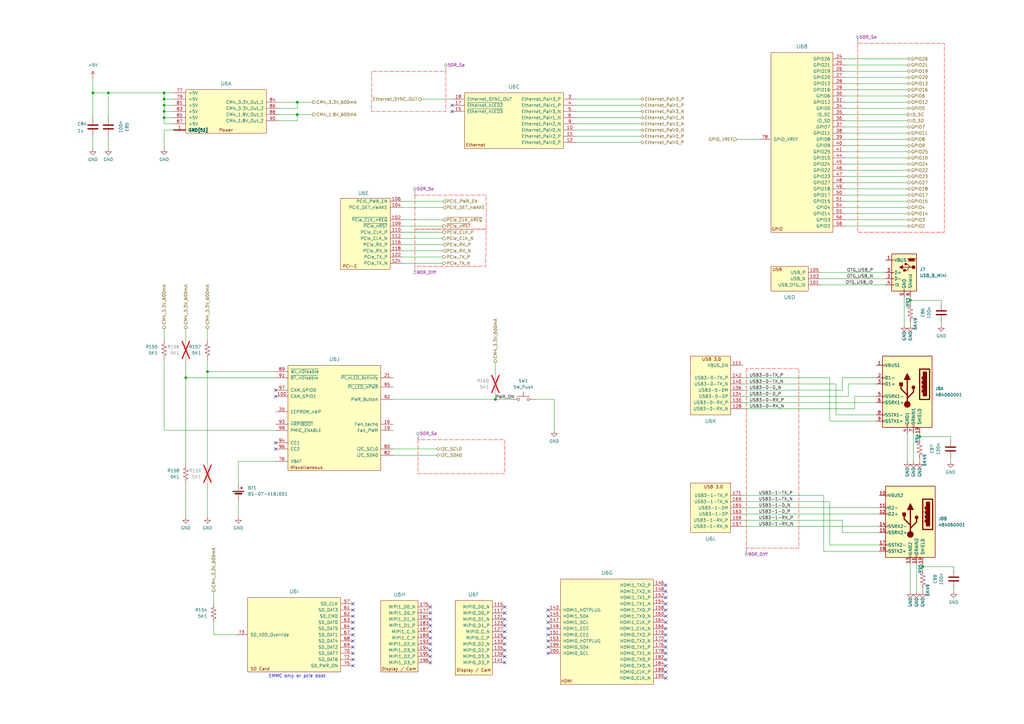
<source format=kicad_sch>
(kicad_sch (version 20250114) (generator "eeschema") (generator_version "9.0")
  (paper "A3")
  (lib_symbols
    (symbol "Connector:USB3_A_Stacked" (pin_names (offset 1.016))
      (property "Reference" "J" (at -10.16 15.24 0))
      (property "Value" "USB3_A_Stacked" (at 10.16 15.24 0))
      (symbol "USB3_A_Stacked_0_1"
        (pin passive line (at -5.08 -17.78 90) (length 2.54) (name "SHIELD") (number "19"))
      )
      (symbol "USB3_A_Stacked_1_1"
        (pin passive line (at -2.54 -17.78 90) (length 2.54) (name "DRAIN1") (number "7"))
        (pin power_in line (at 0 -17.78 90) (length 2.54) (name "GND1") (number "4"))
        (pin power_in line (at 12.7 10.16 180) (length 2.54) (name "VBUS1") (number "1"))
        (pin bidirectional line (at 12.7 5.08 180) (length 2.54) (name "D1-") (number "2"))
        (pin bidirectional line (at 12.7 2.54 180) (length 2.54) (name "D1+") (number "3"))
        (pin output line (at 12.7 -2.54 180) (length 2.54) (name "SSRX1-") (number "5"))
        (pin output line (at 12.7 -5.08 180) (length 2.54) (name "SSRX1+") (number "6"))
        (pin input line (at 12.7 -10.16 180) (length 2.54) (name "SSTX1-") (number "8"))
        (pin input line (at 12.7 -12.7 180) (length 2.54) (name "SSTX1+") (number "9"))
      )
      (symbol "USB3_A_Stacked_2_1"
        (pin passive line (at -2.54 -17.78 90) (length 2.54) (name "DRAIN2") (number "16"))
        (pin power_in line (at 0 -17.78 90) (length 2.54) (name "GND2") (number "13"))
        (pin power_in line (at 12.7 10.16 180) (length 2.54) (name "VBUS2") (number "10"))
        (pin bidirectional line (at 12.7 5.08 180) (length 2.54) (name "D2-") (number "11"))
        (pin bidirectional line (at 12.7 2.54 180) (length 2.54) (name "D2+") (number "12"))
        (pin output line (at 12.7 -2.54 180) (length 2.54) (name "SSRX2-") (number "14"))
        (pin output line (at 12.7 -5.08 180) (length 2.54) (name "SSRX2+") (number "15"))
        (pin input line (at 12.7 -10.16 180) (length 2.54) (name "SSTX2-") (number "17"))
        (pin input line (at 12.7 -12.7 180) (length 2.54) (name "SSTX2+") (number "18"))
      )
    )
    (symbol "Connector:USB_B_Mini" (pin_names (offset 1.016))
      (property "Reference" "J" (at -5.08 11.43 0))
      (property "Value" "USB_B_Mini" (at -5.08 8.89 0))
      (symbol "USB_B_Mini_1_1"
        (pin passive line (at -2.54 -10.16 90) (length 2.54) (name "Shield") (number "6"))
        (pin power_out line (at 0 -10.16 90) (length 2.54) (name "GND") (number "5"))
        (pin power_out line (at 7.62 5.08 180) (length 2.54) (name "VBUS") (number "1"))
        (pin bidirectional line (at 7.62 0 180) (length 2.54) (name "D+") (number "3"))
        (pin bidirectional line (at 7.62 -2.54 180) (length 2.54) (name "D-") (number "2"))
        (pin passive line (at 7.62 -5.08 180) (length 2.54) (name "ID") (number "4"))
      )
    )
    (symbol "Device:Battery_Cell" (pin_numbers (hide yes)) (pin_names (offset 0) (hide yes))
      (property "Reference" "BT" (at 2.54 2.54 0))
      (property "Value" "Battery_Cell" (at 2.54 0 0))
      (symbol "Battery_Cell_1_1"
        (pin passive line (at 0 5.08 270) (length 2.54) (name "+") (number "1"))
        (pin passive line (at 0 -2.54 90) (length 2.54) (name "-") (number "2"))
      )
    )
    (symbol "Device:C" (pin_numbers (hide yes)) (pin_names (offset 0.254))
      (property "Reference" "C" (at 0.635 2.54 0))
      (property "Value" "C" (at 0.635 -2.54 0))
      (symbol "C_1_1"
        (pin passive line (at 0 3.81 270) (length 2.794) (name "~") (number "1"))
        (pin passive line (at 0 -3.81 90) (length 2.794) (name "~") (number "2"))
      )
    )
    (symbol "Device:R_US" (pin_numbers (hide yes)) (pin_names (offset 0))
      (property "Reference" "R" (at 2.54 0 90))
      (property "Value" "R_US" (at -2.54 0 90))
      (symbol "R_US_1_1"
        (pin passive line (at 0 3.81 270) (length 1.27) (name "~") (number "1"))
        (pin passive line (at 0 -3.81 90) (length 1.27) (name "~") (number "2"))
      )
    )
    (symbol "SPE_SWITCH:Compute_Module_5_Functional" (pin_names (offset 1.016))
      (property "Reference" "U" (at 4.826 4.318 0))
      (symbol "Compute_Module_5_Functional_1_0"
        (text "Power" (at 21.59 -13.97 0) (effects (font (size 1.27 1.27))))
      )
      (symbol "Compute_Module_5_Functional_1_1"
        (pin power_in line (at 0 1.27 0) (length 5.08) (name "+5V") (number "77"))
        (pin power_in line (at 0 -1.27 0) (length 5.08) (name "+5V") (number "79"))
        (pin power_in line (at 0 -3.81 0) (length 5.08) (name "+5V") (number "81"))
        (pin power_in line (at 0 -6.35 0) (length 5.08) (name "+5V") (number "83"))
        (pin power_in line (at 0 -8.89 0) (length 5.08) (name "+5V") (number "85"))
        (pin power_in line (at 0 -11.43 0) (length 5.08) (name "+5V") (number "87"))
        (pin power_in line (at 0 -13.97 0) (length 5.08) (name "GND[51]") (number "1"))
        (pin power_in line (at 0 -13.97 0) (length 5.08) (name "GND[51]") (number "107"))
        (pin power_in line (at 0 -13.97 0) (length 5.08) (name "GND[51]") (number "108"))
        (pin power_in line (at 0 -13.97 0) (length 5.08) (name "GND[51]") (number "113"))
        (pin power_in line (at 0 -13.97 0) (length 5.08) (name "GND[51]") (number "114"))
        (pin power_in line (at 0 -13.97 0) (length 5.08) (name "GND[51]") (number "119"))
        (pin power_in line (at 0 -13.97 0) (length 5.08) (name "GND[51]") (number "120"))
        (pin power_in line (at 0 -13.97 0) (length 5.08) (name "GND[51]") (number "125"))
        (pin power_in line (at 0 -13.97 0) (length 5.08) (name "GND[51]") (number "126"))
        (pin power_in line (at 0 -13.97 0) (length 5.08) (name "GND[51]") (number "13"))
        (pin power_in line (at 0 -13.97 0) (length 5.08) (name "GND[51]") (number "131"))
        (pin power_in line (at 0 -13.97 0) (length 5.08) (name "GND[51]") (number "132"))
        (pin power_in line (at 0 -13.97 0) (length 5.08) (name "GND[51]") (number "137"))
        (pin power_in line (at 0 -13.97 0) (length 5.08) (name "GND[51]") (number "138"))
        (pin power_in line (at 0 -13.97 0) (length 5.08) (name "GND[51]") (number "14"))
        (pin power_in line (at 0 -13.97 0) (length 5.08) (name "GND[51]") (number "144"))
        (pin power_in line (at 0 -13.97 0) (length 5.08) (name "GND[51]") (number "150"))
        (pin power_in line (at 0 -13.97 0) (length 5.08) (name "GND[51]") (number "155"))
        (pin power_in line (at 0 -13.97 0) (length 5.08) (name "GND[51]") (number "156"))
        (pin power_in line (at 0 -13.97 0) (length 5.08) (name "GND[51]") (number "161"))
        (pin power_in line (at 0 -13.97 0) (length 5.08) (name "GND[51]") (number "162"))
        (pin power_in line (at 0 -13.97 0) (length 5.08) (name "GND[51]") (number "167"))
        (pin power_in line (at 0 -13.97 0) (length 5.08) (name "GND[51]") (number "168"))
        (pin power_in line (at 0 -13.97 0) (length 5.08) (name "GND[51]") (number "173"))
        (pin power_in line (at 0 -13.97 0) (length 5.08) (name "GND[51]") (number "174"))
        (pin power_in line (at 0 -13.97 0) (length 5.08) (name "GND[51]") (number "179"))
        (pin power_in line (at 0 -13.97 0) (length 5.08) (name "GND[51]") (number "180"))
        (pin power_in line (at 0 -13.97 0) (length 5.08) (name "GND[51]") (number "185"))
        (pin power_in line (at 0 -13.97 0) (length 5.08) (name "GND[51]") (number "186"))
        (pin power_in line (at 0 -13.97 0) (length 5.08) (name "GND[51]") (number "191"))
        (pin power_in line (at 0 -13.97 0) (length 5.08) (name "GND[51]") (number "192"))
        (pin power_in line (at 0 -13.97 0) (length 5.08) (name "GND[51]") (number "197"))
        (pin power_in line (at 0 -13.97 0) (length 5.08) (name "GND[51]") (number "198"))
        (pin power_in line (at 0 -13.97 0) (length 5.08) (name "GND[51]") (number "2"))
        (pin power_in line (at 0 -13.97 0) (length 5.08) (name "GND[51]") (number "22"))
        (pin power_in line (at 0 -13.97 0) (length 5.08) (name "GND[51]") (number "23"))
        (pin power_in line (at 0 -13.97 0) (length 5.08) (name "GND[51]") (number "32"))
        (pin power_in line (at 0 -13.97 0) (length 5.08) (name "GND[51]") (number "33"))
        (pin power_in line (at 0 -13.97 0) (length 5.08) (name "GND[51]") (number "42"))
        (pin power_in line (at 0 -13.97 0) (length 5.08) (name "GND[51]") (number "43"))
        (pin power_in line (at 0 -13.97 0) (length 5.08) (name "GND[51]") (number "52"))
        (pin power_in line (at 0 -13.97 0) (length 5.08) (name "GND[51]") (number "53"))
        (pin power_in line (at 0 -13.97 0) (length 5.08) (name "GND[51]") (number "59"))
        (pin power_in line (at 0 -13.97 0) (length 5.08) (name "GND[51]") (number "60"))
        (pin power_in line (at 0 -13.97 0) (length 5.08) (name "GND[51]") (number "65"))
        (pin power_in line (at 0 -13.97 0) (length 5.08) (name "GND[51]") (number "66"))
        (pin power_in line (at 0 -13.97 0) (length 5.08) (name "GND[51]") (number "7"))
        (pin power_in line (at 0 -13.97 0) (length 5.08) (name "GND[51]") (number "71"))
        (pin power_in line (at 0 -13.97 0) (length 5.08) (name "GND[51]") (number "74"))
        (pin power_in line (at 0 -13.97 0) (length 5.08) (name "GND[51]") (number "8"))
        (pin power_in line (at 0 -13.97 0) (length 5.08) (name "GND[51]") (number "98"))
        (pin power_out line (at 43.18 -2.54 180) (length 5.08) (name "CM4_3.3V_Out_1") (number "84"))
        (pin power_out line (at 43.18 -5.08 180) (length 5.08) (name "CM4_3.3V_Out_2") (number "86"))
        (pin power_out line (at 43.18 -7.62 180) (length 5.08) (name "CM4_1.8V_Out_1") (number "88"))
        (pin power_out line (at 43.18 -10.16 180) (length 5.08) (name "CM4_1.8V_Out_2") (number "90"))
      )
      (symbol "Compute_Module_5_Functional_2_0"
        (text "GPIO" (at 7.62 -69.85 0) (effects (font (size 1.27 1.27))))
      )
      (symbol "Compute_Module_5_Functional_2_1"
        (pin power_in line (at 0 -33.02 0) (length 5.08) (name "GPIO_VREF") (number "78"))
        (pin passive line (at 35.56 0 180) (length 5.08) (name "GPIO26") (number "24"))
        (pin passive line (at 35.56 -2.54 180) (length 5.08) (name "GPIO21") (number "25"))
        (pin passive line (at 35.56 -5.08 180) (length 5.08) (name "GPIO19") (number "26"))
        (pin passive line (at 35.56 -7.62 180) (length 5.08) (name "GPIO20") (number "27"))
        (pin passive line (at 35.56 -10.16 180) (length 5.08) (name "GPIO13") (number "28"))
        (pin passive line (at 35.56 -12.7 180) (length 5.08) (name "GPIO16") (number "29"))
        (pin passive line (at 35.56 -15.24 180) (length 5.08) (name "GPIO6") (number "30"))
        (pin passive line (at 35.56 -17.78 180) (length 5.08) (name "GPIO12") (number "31"))
        (pin passive line (at 35.56 -20.32 180) (length 5.08) (name "GPIO5") (number "34"))
        (pin passive line (at 35.56 -22.86 180) (length 5.08) (name "ID_SC") (number "35"))
        (pin passive line (at 35.56 -25.4 180) (length 5.08) (name "ID_SD") (number "36"))
        (pin passive line (at 35.56 -27.94 180) (length 5.08) (name "GPIO7") (number "37"))
        (pin passive line (at 35.56 -30.48 180) (length 5.08) (name "GPIO11") (number "38"))
        (pin passive line (at 35.56 -33.02 180) (length 5.08) (name "GPIO8") (number "39"))
        (pin passive line (at 35.56 -35.56 180) (length 5.08) (name "GPIO9") (number "40"))
        (pin passive line (at 35.56 -38.1 180) (length 5.08) (name "GPIO25") (number "41"))
        (pin passive line (at 35.56 -40.64 180) (length 5.08) (name "GPIO10") (number "44"))
        (pin passive line (at 35.56 -43.18 180) (length 5.08) (name "GPIO24") (number "45"))
        (pin passive line (at 35.56 -45.72 180) (length 5.08) (name "GPIO22") (number "46"))
        (pin passive line (at 35.56 -48.26 180) (length 5.08) (name "GPIO23") (number "47"))
        (pin passive line (at 35.56 -50.8 180) (length 5.08) (name "GPIO27") (number "48"))
        (pin passive line (at 35.56 -53.34 180) (length 5.08) (name "GPIO18") (number "49"))
        (pin passive line (at 35.56 -55.88 180) (length 5.08) (name "GPIO17") (number "50"))
        (pin passive line (at 35.56 -58.42 180) (length 5.08) (name "GPIO15") (number "51"))
        (pin passive line (at 35.56 -60.96 180) (length 5.08) (name "GPIO4") (number "54"))
        (pin passive line (at 35.56 -63.5 180) (length 5.08) (name "GPIO14") (number "55"))
        (pin passive line (at 35.56 -66.04 180) (length 5.08) (name "GPIO3") (number "56"))
        (pin passive line (at 35.56 -68.58 180) (length 5.08) (name "GPIO2") (number "58"))
      )
      (symbol "Compute_Module_5_Functional_3_0"
        (text "Ethernet" (at 9.652 -18.796 0) (effects (font (size 1.27 1.27))))
      )
      (symbol "Compute_Module_5_Functional_3_1"
        (pin input line (at 0 0 0) (length 5.08) (name "Ethernet_SYNC_OUT") (number "18"))
        (pin output line (at 0 -2.54 0) (length 5.08) (name "~{Ethernet_nLED2}") (number "17"))
        (pin output line (at 0 -5.08 0) (length 5.08) (name "~{Ethernet_nLED3}") (number "15"))
        (pin passive line (at 50.8 0 180) (length 5.08) (name "Ethernet_Pair3_P") (number "3"))
        (pin passive line (at 50.8 -2.54 180) (length 5.08) (name "Ethernet_Pair1_P") (number "4"))
        (pin passive line (at 50.8 -5.08 180) (length 5.08) (name "Ethernet_Pair3_N") (number "5"))
        (pin passive line (at 50.8 -7.62 180) (length 5.08) (name "Ethernet_Pair1_N") (number "6"))
        (pin passive line (at 50.8 -10.16 180) (length 5.08) (name "Ethernet_Pair2_N") (number "9"))
        (pin passive line (at 50.8 -12.7 180) (length 5.08) (name "Ethernet_Pair0_N") (number "10"))
        (pin passive line (at 50.8 -15.24 180) (length 5.08) (name "Ethernet_Pair2_P") (number "11"))
        (pin passive line (at 50.8 -17.78 180) (length 5.08) (name "Ethernet_Pair0_P") (number "12"))
      )
      (symbol "Compute_Module_5_Functional_4_0"
        (text "USB" (at 7.62 -6.35 0) (effects (font (size 1.27 1.27))))
      )
      (symbol "Compute_Module_5_Functional_4_1"
        (pin input line (at 25.4 0 180) (length 5.08) (name "USB_OTG_ID") (number "101"))
        (pin passive line (at 25.4 -2.54 180) (length 5.08) (name "USB_N") (number "103"))
        (pin passive line (at 25.4 -5.08 180) (length 5.08) (name "USB_P") (number "105"))
      )
      (symbol "Compute_Module_5_Functional_5_0"
        (text "PCI-E" (at 8.89 -19.05 0) (effects (font (size 1.27 1.27))))
      )
      (symbol "Compute_Module_5_Functional_5_1"
        (pin passive line (at 30.48 7.62 180) (length 5.08) (name "PCIE_PWR_EN") (number "106"))
        (pin passive line (at 30.48 5.08 180) (length 5.08) (name "PCIE_DET_nWAKE") (number "104"))
        (pin input line (at 30.48 0 180) (length 5.08) (name "~{PCIe_CLK_nREQ}") (number "102"))
        (pin output line (at 30.48 -2.54 180) (length 5.08) (name "~{PCIe_nRST}") (number "109"))
        (pin output line (at 30.48 -5.08 180) (length 5.08) (name "PCIe_CLK_P") (number "110"))
        (pin output line (at 30.48 -7.62 180) (length 5.08) (name "PCIe_CLK_N") (number "112"))
        (pin input line (at 30.48 -10.16 180) (length 5.08) (name "PCIe_RX_P") (number "116"))
        (pin input line (at 30.48 -12.7 180) (length 5.08) (name "PCIe_RX_N") (number "118"))
        (pin output line (at 30.48 -15.24 180) (length 5.08) (name "PCIe_TX_P") (number "122"))
        (pin output line (at 30.48 -17.78 180) (length 5.08) (name "PCIe_TX_N") (number "124"))
      )
      (symbol "Compute_Module_5_Functional_6_0"
        (text "Display / Cam" (at 12.7 -25.908 0) (effects (font (size 1.27 1.27))))
      )
      (symbol "Compute_Module_5_Functional_6_1"
        (pin input line (at 25.4 0 180) (length 5.08) (name "MIPI0_D0_N") (number "115"))
        (pin input line (at 25.4 -2.54 180) (length 5.08) (name "MIPI0_D0_P") (number "117"))
        (pin input line (at 25.4 -5.08 180) (length 5.08) (name "MIPI0_D1_N") (number "121"))
        (pin input line (at 25.4 -7.62 180) (length 5.08) (name "MIPI0_D1_P") (number "123"))
        (pin input line (at 25.4 -10.16 180) (length 5.08) (name "MIPI0_C_N") (number "127"))
        (pin input line (at 25.4 -12.7 180) (length 5.08) (name "MIPI0_C_P") (number "129"))
        (pin input line (at 25.4 -15.24 180) (length 5.08) (name "MIPI0_D2_N") (number "133"))
        (pin input line (at 25.4 -17.78 180) (length 5.08) (name "MIPI0_D2_P") (number "135"))
        (pin input line (at 25.4 -20.32 180) (length 5.08) (name "MIPI0_D3_N") (number "139"))
        (pin input line (at 25.4 -22.86 180) (length 5.08) (name "MIPI0_D3_P") (number "141"))
      )
      (symbol "Compute_Module_5_Functional_7_0"
        (text "HDMI" (at 7.62 -39.37 0) (effects (font (size 1.27 1.27))))
      )
      (symbol "Compute_Module_5_Functional_7_1"
        (pin input line (at 0 -10.16 0) (length 5.08) (name "HDMI1_HOTPLUG") (number "143"))
        (pin bidirectional line (at 0 -12.7 0) (length 5.08) (name "HDMI1_SDA") (number "145"))
        (pin open_collector line (at 0 -15.24 0) (length 5.08) (name "HDMI1_SCL") (number "147"))
        (pin open_collector line (at 0 -17.78 0) (length 5.08) (name "HDMI1_CEC") (number "149"))
        (pin open_collector line (at 0 -20.32 0) (length 5.08) (name "HDMI0_CEC") (number "151"))
        (pin input line (at 0 -22.86 0) (length 5.08) (name "HDMI0_HOTPLUG") (number "153"))
        (pin bidirectional line (at 0 -25.4 0) (length 5.08) (name "HDMI0_SDA") (number "199"))
        (pin open_collector line (at 0 -27.94 0) (length 5.08) (name "HDMI0_SCL") (number "200"))
        (pin output line (at 48.26 0 180) (length 5.08) (name "HDMI1_TX2_P") (number "146"))
        (pin output line (at 48.26 -2.54 180) (length 5.08) (name "HDMI1_TX2_N") (number "148"))
        (pin output line (at 48.26 -5.08 180) (length 5.08) (name "HDMI1_TX1_P") (number "152"))
        (pin output line (at 48.26 -7.62 180) (length 5.08) (name "HDMI1_TX1_N") (number "154"))
        (pin output line (at 48.26 -10.16 180) (length 5.08) (name "HDMI1_TX0_P") (number "158"))
        (pin output line (at 48.26 -12.7 180) (length 5.08) (name "HDMI1_TX0_N") (number "160"))
        (pin output line (at 48.26 -15.24 180) (length 5.08) (name "HDMI1_CLK_P") (number "164"))
        (pin output line (at 48.26 -17.78 180) (length 5.08) (name "HDMI1_CLK_N") (number "166"))
        (pin output line (at 48.26 -20.32 180) (length 5.08) (name "HDMI0_TX2_P") (number "170"))
        (pin output line (at 48.26 -22.86 180) (length 5.08) (name "HDMI0_TX2_N") (number "172"))
        (pin output line (at 48.26 -25.4 180) (length 5.08) (name "HDMI0_TX1_P") (number "176"))
        (pin output line (at 48.26 -27.94 180) (length 5.08) (name "HDMI0_TX1_N") (number "178"))
        (pin output line (at 48.26 -30.48 180) (length 5.08) (name "HDMI0_TX0_P") (number "182"))
        (pin output line (at 48.26 -33.02 180) (length 5.08) (name "HDMI0_TX0_N") (number "184"))
        (pin output line (at 48.26 -35.56 180) (length 5.08) (name "HDMI0_CLK_P") (number "188"))
        (pin output line (at 48.26 -38.1 180) (length 5.08) (name "HDMI0_CLK_N") (number "190"))
      )
      (symbol "Compute_Module_5_Functional_8_0"
        (text "Display / Cam" (at 12.446 -40.64 0) (effects (font (size 1.27 1.27))))
      )
      (symbol "Compute_Module_5_Functional_8_1"
        (pin output line (at 25.4 -15.24 180) (length 5.08) (name "MIPI1_D0_N") (number "175"))
        (pin output line (at 25.4 -17.78 180) (length 5.08) (name "MIPI1_D0_P") (number "177"))
        (pin output line (at 25.4 -20.32 180) (length 5.08) (name "MIPI1_D1_N") (number "181"))
        (pin output line (at 25.4 -22.86 180) (length 5.08) (name "MIPI1_D1_P") (number "183"))
        (pin output line (at 25.4 -25.4 180) (length 5.08) (name "MIPI1_C_N") (number "187"))
        (pin output line (at 25.4 -27.94 180) (length 5.08) (name "MIPI1_C_P") (number "189"))
        (pin output line (at 25.4 -30.48 180) (length 5.08) (name "MIPI1_D2_N") (number "193"))
        (pin output line (at 25.4 -33.02 180) (length 5.08) (name "MIPI1_D3_N") (number "194"))
        (pin output line (at 25.4 -35.56 180) (length 5.08) (name "MIPI1_D2_P") (number "195"))
        (pin output line (at 25.4 -38.1 180) (length 5.08) (name "MIPI1_D3_P") (number "196"))
      )
      (symbol "Compute_Module_5_Functional_9_0"
        (text "SD Card" (at 10.16 -26.67 0) (effects (font (size 1.27 1.27))))
      )
      (symbol "Compute_Module_5_Functional_9_1"
        (pin input line (at 0 -12.7 0) (length 5.08) (name "SD_VDD_Override") (number "73"))
        (pin passive line (at 48.26 0 180) (length 5.08) (name "SD_CLK") (number "57"))
        (pin passive line (at 48.26 -2.54 180) (length 5.08) (name "SD_DAT3") (number "61"))
        (pin passive line (at 48.26 -5.08 180) (length 5.08) (name "SD_CMD") (number "62"))
        (pin passive line (at 48.26 -7.62 180) (length 5.08) (name "SD_DAT0") (number "63"))
        (pin passive line (at 48.26 -10.16 180) (length 5.08) (name "SD_DAT5") (number "64"))
        (pin passive line (at 48.26 -12.7 180) (length 5.08) (name "SD_DAT1") (number "67"))
        (pin passive line (at 48.26 -15.24 180) (length 5.08) (name "SD_DAT4") (number "68"))
        (pin passive line (at 48.26 -17.78 180) (length 5.08) (name "SD_DAT2") (number "69"))
        (pin passive line (at 48.26 -20.32 180) (length 5.08) (name "SD_DAT7") (number "70"))
        (pin passive line (at 48.26 -22.86 180) (length 5.08) (name "SD_DAT6") (number "72"))
        (pin output line (at 48.26 -25.4 180) (length 5.08) (name "SD_PWR_ON") (number "75"))
      )
      (symbol "Compute_Module_5_Functional_10_0"
        (text "Miscellaneous" (at 12.7 -39.37 0) (effects (font (size 1.27 1.27))))
      )
      (symbol "Compute_Module_5_Functional_10_1"
        (pin input line (at 0 0 0) (length 5.08) (name "~{WL_nDisable}") (number "89"))
        (pin input line (at 0 -2.54 0) (length 5.08) (name "~{BT_nDisable}") (number "91"))
        (pin input line (at 0 -7.62 0) (length 5.08) (name "CAM_GPIO0") (number "97"))
        (pin input line (at 0 -10.16 0) (length 5.08) (name "CAM_GPIO1") (number "100"))
        (pin input line (at 0 -16.51 0) (length 5.08) (name "EEPROM_nWP") (number "20"))
        (pin input line (at 0 -21.59 0) (length 5.08) (name "~{nRPIBOOT}") (number "93"))
        (pin input line (at 0 -24.13 0) (length 5.08) (name "PMIC_ENABLE") (number "99"))
        (pin bidirectional line (at 0 -29.21 0) (length 5.08) (name "CC1") (number "94"))
        (pin bidirectional line (at 0 -31.75 0) (length 5.08) (name "CC2") (number "96"))
        (pin input line (at 0 -36.83 0) (length 5.08) (name "VBAT") (number "76"))
        (pin open_collector line (at 48.26 -2.54 180) (length 5.08) (name "~{Pi_nLED_Activity}") (number "21"))
        (pin output line (at 48.26 -6.35 180) (length 5.08) (name "~{PI_LED_nPWR}") (number "95"))
        (pin passive line (at 48.26 -11.43 180) (length 5.08) (name "PWR_Button") (number "92"))
        (pin input line (at 48.26 -21.59 180) (length 5.08) (name "Fan_tacho") (number "16"))
        (pin output line (at 48.26 -24.13 180) (length 5.08) (name "Fan_PWM") (number "19"))
        (pin bidirectional line (at 48.26 -31.75 180) (length 5.08) (name "I2C_SCL0") (number "80"))
        (pin bidirectional line (at 48.26 -34.29 180) (length 5.08) (name "I2C_SDA0") (number "82"))
      )
      (symbol "Compute_Module_5_Functional_11_0"
        (text "USB 3.0" (at 30.226 -20.32 0) (effects (font (size 1.27 1.27))))
      )
      (symbol "Compute_Module_5_Functional_11_1"
        (pin input line (at 43.18 0 180) (length 5.08) (name "USB3-0-RX_N") (number "128"))
        (pin input line (at 43.18 -2.54 180) (length 5.08) (name "USB3-0-RX_P") (number "130"))
        (pin bidirectional line (at 43.18 -5.08 180) (length 5.08) (name "USB3-0-DP") (number "134"))
        (pin bidirectional line (at 43.18 -7.62 180) (length 5.08) (name "USB3-0-DM") (number "136"))
        (pin output line (at 43.18 -10.16 180) (length 5.08) (name "USB3-0-TX_N") (number "140"))
        (pin output line (at 43.18 -12.7 180) (length 5.08) (name "USB3-0-TX_P") (number "142"))
        (pin input line (at 43.18 -17.78 180) (length 5.08) (name "VBUS_EN") (number "111"))
      )
      (symbol "Compute_Module_5_Functional_12_0"
        (text "USB 3.0" (at 30.988 -16.256 0) (effects (font (size 1.27 1.27))))
      )
      (symbol "Compute_Module_5_Functional_12_1"
        (pin input line (at 43.18 0 180) (length 5.08) (name "USB3-1-RX_N") (number "157"))
        (pin input line (at 43.18 -2.54 180) (length 5.08) (name "USB3-1-RX_P") (number "159"))
        (pin bidirectional line (at 43.18 -5.08 180) (length 5.08) (name "USB3-1-DP") (number "163"))
        (pin bidirectional line (at 43.18 -7.62 180) (length 5.08) (name "USB3-1-DM") (number "165"))
        (pin output line (at 43.18 -10.16 180) (length 5.08) (name "USB3-1-TX_N") (number "169"))
        (pin output line (at 43.18 -12.7 180) (length 5.08) (name "USB3-1-TX_P") (number "171"))
      )
    )
    (symbol "Switch:SW_Push" (pin_numbers (hide yes)) (pin_names (offset 1.016) (hide yes))
      (property "Reference" "SW" (at 1.27 2.54 0))
      (property "Value" "SW_Push" (at 0 -1.524 0))
      (symbol "SW_Push_0_1"
        (pin passive line (at -5.08 0 0) (length 2.54) (name "1") (number "1"))
        (pin passive line (at 5.08 0 180) (length 2.54) (name "2") (number "2"))
      )
    )
    (symbol "power:+5V" (power) (pin_numbers (hide yes)) (pin_names (offset 0) (hide yes))
      (property "Value" "+5V" (at 0 3.556 0))
      (symbol "+5V_1_1"
        (pin power_in line (at 0 0 90) (length 0) (name "~") (number "1"))
      )
    )
    (symbol "power:GND" (power) (pin_names (offset 0))
      (property "Value" "GND" (at 0 -3.81 0))
      (symbol "GND_1_1"
        (pin power_in line (at 0 0 270) (length 0) (hide yes) (name "GND") (number "1"))
      )
    )
  )
  (text "EMMC only or pcie boot" (at 121.92 277.368 0) (effects (font (size 1.27 1.27))))
  (junction (at 44.45 38.1))
  (junction (at 85.09 152.4))
  (junction (at 373.38 123.19))
  (junction (at 121.92 46.99))
  (junction (at 67.31 48.26))
  (junction (at 203.2 163.83))
  (junction (at 67.31 45.72))
  (junction (at 67.31 43.18))
  (junction (at 76.2 154.94))
  (junction (at 38.1 38.1))
  (junction (at 121.92 41.91))
  (junction (at 67.31 40.64))
  (junction (at 377.19 179.07))
  (junction (at 67.31 38.1))
  (junction (at 378.46 232.41))
  (no_connect (at 224.79 250.19))
  (no_connect (at 273.05 245.11))
  (no_connect (at 273.05 273.05))
  (no_connect (at 273.05 267.97))
  (no_connect (at 144.78 273.05))
  (no_connect (at 273.05 257.81))
  (no_connect (at 207.01 266.7))
  (no_connect (at 113.03 181.61))
  (no_connect (at 144.78 252.73))
  (no_connect (at 176.53 261.62))
  (no_connect (at 224.79 267.97))
  (no_connect (at 224.79 262.89))
  (no_connect (at 176.53 269.24))
  (no_connect (at 207.01 259.08))
  (no_connect (at 144.78 270.51))
  (no_connect (at 144.78 250.19))
  (no_connect (at 207.01 271.78))
  (no_connect (at 176.53 248.92))
  (no_connect (at 176.53 266.7))
  (no_connect (at 113.03 160.02))
  (no_connect (at 185.42 45.72))
  (no_connect (at 176.53 256.54))
  (no_connect (at 113.03 162.56))
  (no_connect (at 144.78 265.43))
  (no_connect (at 207.01 264.16))
  (no_connect (at 144.78 260.35))
  (no_connect (at 273.05 260.35))
  (no_connect (at 273.05 262.89))
  (no_connect (at 144.78 247.65))
  (no_connect (at 176.53 264.16))
  (no_connect (at 185.42 43.18))
  (no_connect (at 144.78 257.81))
  (no_connect (at 273.05 265.43))
  (no_connect (at 176.53 259.08))
  (no_connect (at 207.01 251.46))
  (no_connect (at 273.05 240.03))
  (no_connect (at 207.01 256.54))
  (no_connect (at 176.53 254))
  (no_connect (at 224.79 252.73))
  (no_connect (at 207.01 254))
  (no_connect (at 144.78 262.89))
  (no_connect (at 273.05 275.59))
  (no_connect (at 273.05 252.73))
  (no_connect (at 144.78 255.27))
  (no_connect (at 207.01 261.62))
  (no_connect (at 224.79 265.43))
  (no_connect (at 273.05 247.65))
  (no_connect (at 224.79 257.81))
  (no_connect (at 207.01 269.24))
  (no_connect (at 224.79 260.35))
  (no_connect (at 273.05 278.13))
  (no_connect (at 273.05 242.57))
  (no_connect (at 207.01 248.92))
  (no_connect (at 224.79 255.27))
  (no_connect (at 273.05 255.27))
  (no_connect (at 176.53 271.78))
  (no_connect (at 273.05 270.51))
  (no_connect (at 273.05 250.19))
  (no_connect (at 144.78 267.97))
  (no_connect (at 176.53 251.46))
  (no_connect (at 113.03 184.15))
  (wire (pts (xy 44.45 38.1) (xy 44.45 48.26)))
  (wire (pts (xy 372.11 87.63) (xy 346.71 87.63)))
  (wire (pts (xy 372.11 29.21) (xy 346.71 29.21)))
  (wire (pts (xy 370.84 133.35) (xy 370.84 121.92)))
  (wire (pts (xy 372.11 34.29) (xy 346.71 34.29)))
  (wire (pts (xy 67.31 45.72) (xy 67.31 43.18)))
  (wire (pts (xy 87.63 255.27) (xy 87.63 260.35)))
  (wire (pts (xy 181.61 105.41) (xy 165.1 105.41)))
  (wire (pts (xy 76.2 154.94) (xy 76.2 190.5)))
  (wire (pts (xy 336.55 116.84) (xy 363.22 116.84)))
  (wire (pts (xy 304.8 162.56) (xy 347.98 162.56)))
  (wire (pts (xy 85.09 152.4) (xy 113.03 152.4)))
  (wire (pts (xy 121.92 41.91) (xy 121.92 44.45)))
  (wire (pts (xy 304.8 205.74) (xy 340.36 205.74)))
  (wire (pts (xy 372.11 85.09) (xy 346.71 85.09)))
  (wire (pts (xy 67.31 45.72) (xy 71.12 45.72)))
  (wire (pts (xy 121.92 41.91) (xy 114.3 41.91)))
  (wire (pts (xy 391.16 233.68) (xy 391.16 232.41)))
  (wire (pts (xy 340.36 172.72) (xy 359.41 172.72)))
  (wire (pts (xy 67.31 43.18) (xy 67.31 40.64)))
  (wire (pts (xy 181.61 97.79) (xy 165.1 97.79)))
  (wire (pts (xy 345.44 154.94) (xy 359.41 154.94)))
  (wire (pts (xy 337.82 203.2) (xy 337.82 226.06)))
  (wire (pts (xy 372.11 82.55) (xy 346.71 82.55)))
  (wire (pts (xy 262.89 55.88) (xy 236.22 55.88)))
  (wire (pts (xy 85.09 152.4) (xy 85.09 190.5)))
  (wire (pts (xy 181.61 95.25) (xy 165.1 95.25)))
  (wire (pts (xy 304.8 203.2) (xy 337.82 203.2)))
  (wire (pts (xy 76.2 154.94) (xy 113.03 154.94)))
  (wire (pts (xy 121.92 46.99) (xy 114.3 46.99)))
  (wire (pts (xy 304.8 208.28) (xy 360.68 208.28)))
  (wire (pts (xy 304.8 215.9) (xy 360.68 215.9)))
  (wire (pts (xy 38.1 38.1) (xy 44.45 38.1)))
  (wire (pts (xy 389.89 187.96) (xy 389.89 189.23)))
  (wire (pts (xy 372.11 77.47) (xy 346.71 77.47)))
  (wire (pts (xy 67.31 43.18) (xy 71.12 43.18)))
  (wire (pts (xy 377.19 179.07) (xy 377.19 180.34)))
  (wire (pts (xy 336.55 111.76) (xy 363.22 111.76)))
  (wire (pts (xy 372.11 26.67) (xy 346.71 26.67)))
  (wire (pts (xy 262.89 45.72) (xy 236.22 45.72)))
  (wire (pts (xy 67.31 147.32) (xy 67.31 176.53)))
  (wire (pts (xy 203.2 163.83) (xy 209.55 163.83)))
  (wire (pts (xy 71.12 50.8) (xy 67.31 50.8)))
  (wire (pts (xy 373.38 121.92) (xy 373.38 123.19)))
  (wire (pts (xy 121.92 41.91) (xy 128.27 41.91)))
  (wire (pts (xy 372.11 49.53) (xy 346.71 49.53)))
  (wire (pts (xy 181.61 92.71) (xy 165.1 92.71)))
  (wire (pts (xy 372.11 44.45) (xy 346.71 44.45)))
  (wire (pts (xy 38.1 48.26) (xy 38.1 38.1)))
  (wire (pts (xy 97.79 189.23) (xy 113.03 189.23)))
  (wire (pts (xy 377.19 177.8) (xy 377.19 179.07)))
  (wire (pts (xy 347.98 157.48) (xy 359.41 157.48)))
  (wire (pts (xy 87.63 242.57) (xy 87.63 247.65)))
  (wire (pts (xy 97.79 205.74) (xy 97.79 212.09)))
  (wire (pts (xy 372.11 52.07) (xy 346.71 52.07)))
  (wire (pts (xy 304.8 157.48) (xy 342.9 157.48)))
  (wire (pts (xy 345.44 213.36) (xy 345.44 218.44)))
  (wire (pts (xy 372.11 80.01) (xy 346.71 80.01)))
  (wire (pts (xy 76.2 147.32) (xy 76.2 154.94)))
  (wire (pts (xy 372.11 39.37) (xy 346.71 39.37)))
  (wire (pts (xy 378.46 232.41) (xy 378.46 233.68)))
  (wire (pts (xy 87.63 260.35) (xy 96.52 260.35)))
  (wire (pts (xy 340.36 223.52) (xy 360.68 223.52)))
  (wire (pts (xy 372.11 69.85) (xy 346.71 69.85)))
  (wire (pts (xy 372.11 64.77) (xy 346.71 64.77)))
  (wire (pts (xy 67.31 50.8) (xy 67.31 48.26)))
  (wire (pts (xy 121.92 44.45) (xy 114.3 44.45)))
  (wire (pts (xy 67.31 48.26) (xy 67.31 45.72)))
  (wire (pts (xy 44.45 55.88) (xy 44.45 60.96)))
  (wire (pts (xy 67.31 134.62) (xy 67.31 139.7)))
  (wire (pts (xy 389.89 179.07) (xy 377.19 179.07)))
  (wire (pts (xy 67.31 53.34) (xy 71.12 53.34)))
  (wire (pts (xy 304.8 167.64) (xy 350.52 167.64)))
  (wire (pts (xy 386.08 124.46) (xy 386.08 123.19)))
  (wire (pts (xy 262.89 48.26) (xy 236.22 48.26)))
  (wire (pts (xy 340.36 154.94) (xy 340.36 172.72)))
  (wire (pts (xy 372.11 72.39) (xy 346.71 72.39)))
  (wire (pts (xy 179.07 184.15) (xy 161.29 184.15)))
  (wire (pts (xy 262.89 40.64) (xy 236.22 40.64)))
  (wire (pts (xy 67.31 40.64) (xy 67.31 38.1)))
  (wire (pts (xy 374.65 177.8) (xy 374.65 189.23)))
  (wire (pts (xy 227.33 163.83) (xy 219.71 163.83)))
  (wire (pts (xy 372.11 90.17) (xy 346.71 90.17)))
  (wire (pts (xy 181.61 82.55) (xy 165.1 82.55)))
  (wire (pts (xy 372.11 177.8) (xy 372.11 189.23)))
  (wire (pts (xy 372.11 57.15) (xy 346.71 57.15)))
  (wire (pts (xy 262.89 43.18) (xy 236.22 43.18)))
  (wire (pts (xy 181.61 107.95) (xy 165.1 107.95)))
  (wire (pts (xy 378.46 231.14) (xy 378.46 232.41)))
  (wire (pts (xy 262.89 53.34) (xy 236.22 53.34)))
  (wire (pts (xy 85.09 198.12) (xy 85.09 212.09)))
  (wire (pts (xy 262.89 50.8) (xy 236.22 50.8)))
  (wire (pts (xy 203.2 148.59) (xy 203.2 153.67)))
  (wire (pts (xy 372.11 24.13) (xy 346.71 24.13)))
  (wire (pts (xy 372.11 46.99) (xy 346.71 46.99)))
  (wire (pts (xy 203.2 161.29) (xy 203.2 163.83)))
  (wire (pts (xy 350.52 167.64) (xy 350.52 162.56)))
  (wire (pts (xy 304.8 165.1) (xy 359.41 165.1)))
  (wire (pts (xy 161.29 163.83) (xy 203.2 163.83)))
  (wire (pts (xy 38.1 31.75) (xy 38.1 38.1)))
  (wire (pts (xy 44.45 38.1) (xy 67.31 38.1)))
  (wire (pts (xy 67.31 40.64) (xy 71.12 40.64)))
  (wire (pts (xy 372.11 59.69) (xy 346.71 59.69)))
  (wire (pts (xy 345.44 160.02) (xy 345.44 154.94)))
  (wire (pts (xy 389.89 180.34) (xy 389.89 179.07)))
  (wire (pts (xy 179.07 186.69) (xy 161.29 186.69)))
  (wire (pts (xy 345.44 218.44) (xy 360.68 218.44)))
  (wire (pts (xy 181.61 90.17) (xy 165.1 90.17)))
  (wire (pts (xy 350.52 162.56) (xy 359.41 162.56)))
  (wire (pts (xy 378.46 242.57) (xy 378.46 241.3)))
  (wire (pts (xy 373.38 133.35) (xy 373.38 132.08)))
  (wire (pts (xy 304.8 213.36) (xy 345.44 213.36)))
  (wire (pts (xy 386.08 132.08) (xy 386.08 133.35)))
  (wire (pts (xy 375.92 231.14) (xy 375.92 242.57)))
  (wire (pts (xy 386.08 123.19) (xy 373.38 123.19)))
  (wire (pts (xy 377.19 189.23) (xy 377.19 187.96)))
  (wire (pts (xy 304.8 210.82) (xy 360.68 210.82)))
  (wire (pts (xy 128.27 46.99) (xy 121.92 46.99)))
  (wire (pts (xy 373.38 123.19) (xy 373.38 124.46)))
  (wire (pts (xy 372.11 41.91) (xy 346.71 41.91)))
  (wire (pts (xy 76.2 134.62) (xy 76.2 139.7)))
  (wire (pts (xy 373.38 231.14) (xy 373.38 242.57)))
  (wire (pts (xy 372.11 31.75) (xy 346.71 31.75)))
  (wire (pts (xy 372.11 74.93) (xy 346.71 74.93)))
  (wire (pts (xy 227.33 176.53) (xy 227.33 163.83)))
  (wire (pts (xy 181.61 102.87) (xy 165.1 102.87)))
  (wire (pts (xy 391.16 241.3) (xy 391.16 242.57)))
  (wire (pts (xy 372.11 67.31) (xy 346.71 67.31)))
  (wire (pts (xy 372.11 62.23) (xy 346.71 62.23)))
  (wire (pts (xy 372.11 36.83) (xy 346.71 36.83)))
  (wire (pts (xy 337.82 226.06) (xy 360.68 226.06)))
  (wire (pts (xy 114.3 49.53) (xy 121.92 49.53)))
  (wire (pts (xy 67.31 38.1) (xy 71.12 38.1)))
  (wire (pts (xy 340.36 205.74) (xy 340.36 223.52)))
  (wire (pts (xy 372.11 92.71) (xy 346.71 92.71)))
  (wire (pts (xy 85.09 134.62) (xy 85.09 139.7)))
  (wire (pts (xy 304.8 160.02) (xy 345.44 160.02)))
  (wire (pts (xy 85.09 147.32) (xy 85.09 152.4)))
  (wire (pts (xy 304.8 154.94) (xy 340.36 154.94)))
  (wire (pts (xy 97.79 198.12) (xy 97.79 189.23)))
  (wire (pts (xy 121.92 49.53) (xy 121.92 46.99)))
  (wire (pts (xy 347.98 162.56) (xy 347.98 157.48)))
  (wire (pts (xy 302.26 57.15) (xy 311.15 57.15)))
  (wire (pts (xy 181.61 85.09) (xy 165.1 85.09)))
  (wire (pts (xy 185.42 40.64) (xy 172.72 40.64)))
  (wire (pts (xy 342.9 157.48) (xy 342.9 170.18)))
  (wire (pts (xy 336.55 114.3) (xy 363.22 114.3)))
  (wire (pts (xy 372.11 54.61) (xy 346.71 54.61)))
  (wire (pts (xy 38.1 55.88) (xy 38.1 60.96)))
  (wire (pts (xy 181.61 100.33) (xy 165.1 100.33)))
  (wire (pts (xy 67.31 176.53) (xy 113.03 176.53)))
  (wire (pts (xy 67.31 60.96) (xy 67.31 53.34)))
  (wire (pts (xy 342.9 170.18) (xy 359.41 170.18)))
  (wire (pts (xy 391.16 232.41) (xy 378.46 232.41)))
  (wire (pts (xy 262.89 58.42) (xy 236.22 58.42)))
  (wire (pts (xy 76.2 198.12) (xy 76.2 212.09)))
  (wire (pts (xy 67.31 48.26) (xy 71.12 48.26)))
  (label "USB3-0-TX_N" (at 307.34 157.48 0))
  (label "USB3-0-TX_P" (at 307.34 154.94 0))
  (label "USB3-1-RX_P" (at 311.15 213.36 0))
  (label "USB3-1-D_N" (at 311.15 208.28 0))
  (label "USB3-0-RX_P" (at 307.34 165.1 0))
  (label "USB3-0-D_N" (at 307.34 160.02 0))
  (label "USB3-0-RX_N" (at 307.34 167.64 0))
  (label "OTG_USB_ID" (at 358.14 116.84 180))
  (label "OTG_USB_P" (at 358.14 111.76 180))
  (label "PWR_ON" (at 203.2 163.83 0))
  (label "USB3-1-RX_N" (at 311.15 215.9 0))
  (label "USB3-0-D_P" (at 307.34 162.56 0))
  (label "OTG_USB_N" (at 358.14 114.3 180))
  (label "USB3-1-TX_P" (at 311.15 203.2 0))
  (label "USB3-1-TX_N" (at 311.15 205.74 0))
  (label "USB3-1-D_P" (at 311.15 210.82 0))
  (hierarchical_label "Ethernet_Pair3_N" (shape bidirectional) (at 262.89 45.72 0))
  (hierarchical_label "Ethernet_Pair1_N" (shape bidirectional) (at 262.89 48.26 0))
  (hierarchical_label "GPIO10" (shape bidirectional) (at 372.11 64.77 0))
  (hierarchical_label "GPIO14" (shape bidirectional) (at 372.11 87.63 0))
  (hierarchical_label "Ethernet_Pair0_N" (shape bidirectional) (at 262.89 53.34 0))
  (hierarchical_label "GPIO4" (shape bidirectional) (at 372.11 85.09 0))
  (hierarchical_label "GPIO5" (shape bidirectional) (at 372.11 44.45 0))
  (hierarchical_label "PCIE_PWR_EN" (shape input) (at 181.61 82.55 0))
  (hierarchical_label "CM4_3.3V_600mA" (shape output) (at 67.31 134.62 90))
  (hierarchical_label "GPIO27" (shape bidirectional) (at 372.11 74.93 0))
  (hierarchical_label "PCIE_DET_nWAKE" (shape input) (at 181.61 85.09 0))
  (hierarchical_label "ID_SD" (shape bidirectional) (at 372.11 49.53 0))
  (hierarchical_label "Ethernet_SYNC_OUT" (shape output) (at 172.72 40.64 180))
  (hierarchical_label "GPIO7" (shape bidirectional) (at 372.11 52.07 0))
  (hierarchical_label "CM4_3.3V_600mA" (shape output) (at 85.09 134.62 90))
  (hierarchical_label "Ethernet_Pair2_P" (shape bidirectional) (at 262.89 55.88 0))
  (hierarchical_label "GPIO16" (shape bidirectional) (at 372.11 36.83 0))
  (hierarchical_label "GPIO26" (shape bidirectional) (at 372.11 24.13 0))
  (hierarchical_label "PCIe_RX_N" (shape input) (at 181.61 102.87 0))
  (hierarchical_label "CM4_3.3V_600mA" (shape output) (at 87.63 242.57 90))
  (hierarchical_label "GPIO23" (shape bidirectional) (at 372.11 72.39 0))
  (hierarchical_label "CM4_3.3V_600mA" (shape output) (at 76.2 134.62 90))
  (hierarchical_label "Ethernet_Pair1_P" (shape bidirectional) (at 262.89 43.18 0))
  (hierarchical_label "Ethernet_Pair2_N" (shape bidirectional) (at 262.89 50.8 0))
  (hierarchical_label "GPIO15" (shape bidirectional) (at 372.11 82.55 0))
  (hierarchical_label "GPIO25" (shape bidirectional) (at 372.11 62.23 0))
  (hierarchical_label "Ethernet_Pair0_P" (shape bidirectional) (at 262.89 58.42 0))
  (hierarchical_label "GPIO17" (shape bidirectional) (at 372.11 80.01 0))
  (hierarchical_label "GPIO_VREF" (shape input) (at 302.26 57.15 180))
  (hierarchical_label "CM4_1.8V_600mA" (shape output) (at 128.27 46.99 0))
  (hierarchical_label "GPIO12" (shape bidirectional) (at 372.11 41.91 0))
  (hierarchical_label "I2C_SCL0" (shape bidirectional) (at 179.07 184.15 0))
  (hierarchical_label "CM4_3.3V_600mA" (shape output) (at 128.27 41.91 0))
  (hierarchical_label "PCIe_CLK_N" (shape output) (at 181.61 97.79 0))
  (hierarchical_label "GPIO8" (shape bidirectional) (at 372.11 57.15 0))
  (hierarchical_label "Ethernet_Pair3_P" (shape bidirectional) (at 262.89 40.64 0))
  (hierarchical_label "GPIO3" (shape bidirectional) (at 372.11 90.17 0))
  (hierarchical_label "GPIO21" (shape bidirectional) (at 372.11 26.67 0))
  (hierarchical_label "GPIO11" (shape bidirectional) (at 372.11 54.61 0))
  (hierarchical_label "I2C_SDA0" (shape bidirectional) (at 179.07 186.69 0))
  (hierarchical_label "ID_SC" (shape output) (at 372.11 46.99 0))
  (hierarchical_label "~{PCIe_CLK_nREQ}" (shape input) (at 181.61 90.17 0))
  (hierarchical_label "PCIe_TX_P" (shape output) (at 181.61 105.41 0))
  (hierarchical_label "GPIO22" (shape bidirectional) (at 372.11 69.85 0))
  (hierarchical_label "PCIe_TX_N" (shape output) (at 181.61 107.95 0))
  (hierarchical_label "CM4_3.3V_600mA" (shape output) (at 203.2 148.59 90))
  (hierarchical_label "GPIO13" (shape bidirectional) (at 372.11 34.29 0))
  (hierarchical_label "PCIe_CLK_P" (shape output) (at 181.61 95.25 0))
  (hierarchical_label "GPIO20" (shape bidirectional) (at 372.11 31.75 0))
  (hierarchical_label "~{PCIe_nRST}" (shape output) (at 181.61 92.71 0))
  (hierarchical_label "GPIO9" (shape bidirectional) (at 372.11 59.69 0))
  (hierarchical_label "GPIO6" (shape bidirectional) (at 372.11 39.37 0))
  (hierarchical_label "GPIO18" (shape bidirectional) (at 372.11 77.47 0))
  (hierarchical_label "PCIe_RX_P" (shape input) (at 181.61 100.33 0))
  (hierarchical_label "GPIO19" (shape bidirectional) (at 372.11 29.21 0))
  (hierarchical_label "GPIO24" (shape bidirectional) (at 372.11 67.31 0))
  (hierarchical_label "GPIO2" (shape bidirectional) (at 372.11 92.71 0))
  (rule_area (polyline (pts (xy 351.79 17.78) (xy 351.79 95.25) (xy 387.35 95.25) (xy 387.35 17.78)) (stroke (width 0) (type dash))))
  (rule_area (polyline (pts (xy 171.45 180.34) (xy 171.45 194.31) (xy 207.01 194.31) (xy 207.01 180.34)) (stroke (width 0) (type dash))))
  (rule_area (polyline (pts (xy 306.07 151.13) (xy 306.07 224.79) (xy 327.66 224.79) (xy 327.66 151.13)) (stroke (width 0) (type dash))))
  (rule_area (polyline (pts (xy 170.18 93.98) (xy 170.18 109.22) (xy 199.2312 109.22) (xy 199.39 93.98)) (stroke (width 0) (type dash))))
  (rule_area (polyline (pts (xy 170.18 80.01) (xy 170.18 93.98) (xy 199.39 93.98) (xy 199.39 80.01)) (stroke (width 0) (type dash))))
  (rule_area (polyline (pts (xy 182.88 29.21) (xy 182.88 45.72) (xy 152.4 45.72) (xy 152.4 29.21)) (stroke (width 0) (type dash))))
  (netclass_flag "" (length 2.54) (shape round) (at 351.79 17.78 0) (property "Netclass" "50R_Se" (at 352.4885 15.24 0) (effects (justify left))))
  (netclass_flag "" (length 2.54) (shape round) (at 306.07 224.79 180) (property "Netclass" "90R_Diff" (at 306.7685 227.33 0) (effects (justify left))))
  (netclass_flag "" (length 2.54) (shape round) (at 170.18 109.22 180) (property "Netclass" "90R_Diff" (at 170.8785 111.76 0) (effects (justify left))))
  (netclass_flag "" (length 2.54) (shape round) (at 170.18 80.01 0) (property "Netclass" "50R_Se" (at 170.8785 77.47 0) (effects (justify left))))
  (netclass_flag "" (length 2.54) (shape round) (at 182.88 29.21 0) (property "Netclass" "50R_Se" (at 183.5785 26.67 0) (effects (justify left))))
  (netclass_flag "" (length 2.54) (shape round) (at 171.45 180.34 0) (property "Netclass" "50R_Se" (at 172.1485 177.8 0) (effects (justify left))))
  (symbol (lib_id "SPE_SWITCH:Compute_Module_5_Functional") (at 181.61 248.92 0) (unit 6)
    (property "Reference" "U6" (at 194.31 243.84 0) (effects (font (size 1.524 1.524))))
    (property "Value" "Compute_Module_5_Functional" (effects (hide yes)))
    (property "Footprint" "SPE_SWITCH:CM5" (effects (hide yes)))
  )
  (symbol (lib_id "SPE_SWITCH:Compute_Module_5_Functional") (at 134.62 90.17 0) (unit 5)
    (property "Reference" "U6" (at 149.098 79.248 0) (effects (font (size 1.524 1.524))))
    (property "Value" "Compute_Module_5_Functional" (effects (hide yes)))
    (property "Footprint" "SPE_SWITCH:CM5" (effects (hide yes)))
  )
  (symbol (lib_id "SPE_SWITCH:Compute_Module_5_Functional") (at 311.15 24.13 0) (unit 2)
    (property "Reference" "U6" (at 328.93 19.05 0) (effects (font (size 1.524 1.524))))
    (property "Value" "Compute_Module_5_Functional" (effects (hide yes)))
    (property "Footprint" "SPE_SWITCH:CM5" (effects (hide yes)))
  )
  (symbol (lib_id "Device:R_US") (at 85.09 143.51 0) (mirror y) (unit 1)
    (property "Reference" "R157" (at 82.55 142.2399 0) (effects (justify left)))
    (property "Value" "5K1" (at 82.55 144.7799 0) (effects (justify left)))
    (property "Description" "Resistor, US symbol" (effects (hide yes)))
  )
  (symbol (lib_id "Device:R_US") (at 378.46 237.49 0) (mirror y) (unit 1)
    (property "Reference" "R95" (at 377.444 235.204 90) (effects (justify left)))
    (property "Value" "6K49" (at 380.492 244.602 90) (effects (justify left)))
    (property "Description" "Resistor, US symbol" (effects (hide yes)))
  )
  (symbol (lib_id "SPE_SWITCH:Compute_Module_5_Functional") (at 311.15 116.84 0) (mirror x) (unit 4)
    (property "Reference" "U6" (at 323.85 121.92 0) (effects (font (size 1.524 1.524))))
    (property "Value" "Compute_Module_5_Functional" (effects (hide yes)))
    (property "Footprint" "SPE_SWITCH:CM5" (effects (hide yes)))
  )
  (symbol (lib_id "power:GND") (at 38.1 60.96 0) (unit 1)
    (property "Reference" "#PWR0293" (effects (hide yes)))
    (property "Value" "GND" (at 38.1 65.4034 0))
  )
  (symbol (lib_id "Device:C") (at 44.45 52.07 0) (mirror x) (unit 1)
    (property "Reference" "C85" (at 52.07 52.07 90))
    (property "Value" "100n" (at 49.53 52.07 90))
    (property "Footprint" "Capacitor_SMD:C_0402_1005Metric" (effects (hide yes)))
    (property "Description" "Unpolarized capacitor" (effects (hide yes)))
  )
  (symbol (lib_id "Device:Battery_Cell") (at 97.79 203.2 0) (unit 1)
    (property "Reference" "BT1" (at 101.6 200.0884 0) (effects (justify left)))
    (property "Value" "BS-07-A1BJ001" (at 101.6 202.6284 0) (effects (justify left)))
    (property "Footprint" "Battery:BatteryHolder_MYOUNG_BS-07-A1BJ001_CR2032" (effects (hide yes)))
    (property "Datasheet" "https://lcsc.com/datasheet/lcsc_datasheet_2410121956_MYOUNG-BS-07-A1BJ001_C2979167.pdf" (effects (hide yes)))
    (property "Description" "Single-cell battery" (effects (hide yes)))
  )
  (symbol (lib_id "Connector:USB_B_Mini") (at 370.84 111.76 0) (mirror y) (unit 1)
    (property "Reference" "J7" (at 377.19 110.4899 0) (effects (justify right)))
    (property "Value" "USB_B_Mini" (at 377.19 113.0299 0) (effects (justify right)))
    (property "Footprint" "Connector_USB:USB_Micro-B_Amphenol_10104110_Horizontal" (effects (hide yes)))
    (property "Description" "USB Mini Type B connector" (effects (hide yes)))
  )
  (symbol (lib_id "power:GND") (at 389.89 189.23 0) (mirror y) (unit 1)
    (property "Reference" "#PWR0162" (effects (hide yes)))
    (property "Value" "GND" (at 389.89 193.6734 0))
  )
  (symbol (lib_id "power:GND") (at 85.09 212.09 0) (unit 1)
    (property "Reference" "#PWR0297" (effects (hide yes)))
    (property "Value" "GND" (at 85.09 216.5334 0))
  )
  (symbol (lib_id "power:GND") (at 227.33 176.53 0) (unit 1)
    (property "Reference" "#PWR0295" (effects (hide yes)))
    (property "Value" "GND" (at 227.33 180.9734 0))
  )
  (symbol (lib_id "SPE_SWITCH:Compute_Module_5_Functional") (at 96.52 247.65 0) (unit 9)
    (property "Reference" "U6" (at 120.65 242.57 0) (effects (font (size 1.524 1.524))))
    (property "Value" "Compute_Module_5_Functional" (effects (hide yes)))
    (property "Footprint" "SPE_SWITCH:CM5" (effects (hide yes)))
  )
  (symbol (lib_id "Device:C") (at 391.16 237.49 180) (unit 1)
    (property "Reference" "C88" (at 383.54 237.49 90))
    (property "Value" "100n" (at 386.08 237.49 90))
    (property "Footprint" "Capacitor_SMD:C_0402_1005Metric" (effects (hide yes)))
    (property "Description" "Unpolarized capacitor" (effects (hide yes)))
  )
  (symbol (lib_id "power:GND") (at 374.65 189.23 0) (unit 1)
    (property "Reference" "#PWR0157" (effects (hide yes)))
    (property "Value" "GND" (at 374.65 193.6734 90))
  )
  (symbol (lib_id "Device:R_US") (at 203.2 157.48 0) (mirror y) (unit 1) (in_bom no) (dnp yes)
    (property "Reference" "R160" (at 200.66 156.2099 0) (effects (justify left)))
    (property "Value" "5K1" (at 200.66 158.7499 0) (effects (justify left)))
    (property "Description" "Resistor, US symbol" (effects (hide yes)))
  )
  (symbol (lib_id "SPE_SWITCH:Compute_Module_5_Functional") (at 261.62 167.64 0) (mirror x) (unit 11)
    (property "Reference" "U6" (at 291.465 172.72 0) (effects (font (size 1.524 1.524))))
    (property "Value" "Compute_Module_5_Functional" (effects (hide yes)))
    (property "Footprint" "SPE_SWITCH:CM5" (effects (hide yes)))
  )
  (symbol (lib_id "SPE_SWITCH:Compute_Module_5_Functional") (at 113.03 152.4 0) (unit 10)
    (property "Reference" "U6" (at 137.16 147.32 0) (effects (font (size 1.524 1.524))))
    (property "Value" "Compute_Module_5_Functional" (effects (hide yes)))
    (property "Footprint" "SPE_SWITCH:CM5" (effects (hide yes)))
  )
  (symbol (lib_id "SPE_SWITCH:Compute_Module_5_Functional") (at 151.13 233.68 0) (unit 8)
    (property "Reference" "U6" (at 163.83 243.84 0) (effects (font (size 1.524 1.524))))
    (property "Value" "Compute_Module_5_Functional" (effects (hide yes)))
    (property "Footprint" "SPE_SWITCH:CM5" (effects (hide yes)))
  )
  (symbol (lib_id "Device:C") (at 389.89 184.15 180) (unit 1)
    (property "Reference" "C87" (at 382.27 184.15 90))
    (property "Value" "100n" (at 384.81 184.15 90))
    (property "Footprint" "Capacitor_SMD:C_0402_1005Metric" (effects (hide yes)))
    (property "Description" "Unpolarized capacitor" (effects (hide yes)))
  )
  (symbol (lib_id "SPE_SWITCH:Compute_Module_5_Functional") (at 224.79 240.03 0) (unit 7)
    (property "Reference" "U6" (at 248.92 234.95 0) (effects (font (size 1.524 1.524))))
    (property "Value" "Compute_Module_5_Functional" (effects (hide yes)))
    (property "Footprint" "SPE_SWITCH:CM5" (effects (hide yes)))
  )
  (symbol (lib_id "Device:R_US") (at 377.19 184.15 0) (mirror y) (unit 1)
    (property "Reference" "R94" (at 376.174 181.864 90) (effects (justify left)))
    (property "Value" "6K49" (at 379.222 191.262 90) (effects (justify left)))
    (property "Description" "Resistor, US symbol" (effects (hide yes)))
  )
  (symbol (lib_id "Connector:USB3_A_Stacked") (at 372.11 160.02 0) (mirror y) (unit 1)
    (property "Reference" "J8" (at 383.54 159.3849 0) (effects (justify right)))
    (property "Value" "484060001" (at 383.54 161.9249 0) (effects (justify right)))
    (property "Footprint" "Connector_USB:USB3_A_Molex_48406-0001_Horizontal_Stacked" (effects (hide yes)))
    (property "Description" "USB 3.0 A connector, stacked" (effects (hide yes)))
  )
  (symbol (lib_id "power:GND") (at 370.84 133.35 0) (unit 1)
    (property "Reference" "#PWR0153" (effects (hide yes)))
    (property "Value" "GND" (at 370.84 137.7934 90))
  )
  (symbol (lib_id "Device:C") (at 386.08 128.27 180) (unit 1)
    (property "Reference" "C86" (at 378.46 128.27 90))
    (property "Value" "100n" (at 381 128.27 90))
    (property "Footprint" "Capacitor_SMD:C_0402_1005Metric" (effects (hide yes)))
    (property "Description" "Unpolarized capacitor" (effects (hide yes)))
  )
  (symbol (lib_id "Device:R_US") (at 76.2 143.51 0) (mirror y) (unit 1) (in_bom no) (dnp yes)
    (property "Reference" "R156" (at 73.66 142.2399 0) (effects (justify left)))
    (property "Value" "5K1" (at 73.66 144.7799 0) (effects (justify left)))
    (property "Description" "Resistor, US symbol" (effects (hide yes)))
  )
  (symbol (lib_id "Switch:SW_Push") (at 214.63 163.83 0) (unit 1)
    (property "Reference" "SW1" (at 214.63 156.21 0))
    (property "Value" "SW_Push" (at 214.63 158.75 0))
    (property "Description" "Push button switch, generic, two pins" (effects (hide yes)))
  )
  (symbol (lib_id "Device:R_US") (at 76.2 194.31 0) (mirror y) (unit 1)
    (property "Reference" "R158" (at 73.66 193.0399 0) (effects (justify left)))
    (property "Value" "5K1" (at 73.66 195.5799 0) (effects (justify left)))
    (property "Description" "Resistor, US symbol" (effects (hide yes)))
  )
  (symbol (lib_id "power:GND") (at 76.2 212.09 0) (unit 1)
    (property "Reference" "#PWR0296" (effects (hide yes)))
    (property "Value" "GND" (at 76.2 216.5334 0))
  )
  (symbol (lib_id "power:GND") (at 375.92 242.57 0) (unit 1)
    (property "Reference" "#PWR0158" (effects (hide yes)))
    (property "Value" "GND" (at 375.92 247.0134 90))
  )
  (symbol (lib_id "power:GND") (at 372.11 189.23 0) (unit 1)
    (property "Reference" "#PWR0154" (effects (hide yes)))
    (property "Value" "GND" (at 372.11 193.6734 90))
  )
  (symbol (lib_id "Device:R_US") (at 85.09 194.31 0) (mirror y) (unit 1) (in_bom no) (dnp yes)
    (property "Reference" "R159" (at 82.55 193.0399 0) (effects (justify left)))
    (property "Value" "5K1" (at 82.55 195.5799 0) (effects (justify left)))
    (property "Description" "Resistor, US symbol" (effects (hide yes)))
  )
  (symbol (lib_id "power:GND") (at 377.19 189.23 0) (mirror y) (unit 1)
    (property "Reference" "#PWR0159" (effects (hide yes)))
    (property "Value" "GND" (at 377.19 193.6734 90))
  )
  (symbol (lib_id "SPE_SWITCH:Compute_Module_5_Functional") (at 185.42 40.64 0) (unit 3)
    (property "Reference" "U6" (at 210.82 35.56 0) (effects (font (size 1.524 1.524))))
    (property "Value" "Compute_Module_5_Functional" (effects (hide yes)))
    (property "Footprint" "SPE_SWITCH:CM5" (effects (hide yes)))
  )
  (symbol (lib_id "power:GND") (at 97.79 212.09 0) (unit 1)
    (property "Reference" "#PWR0187" (effects (hide yes)))
    (property "Value" "GND" (at 97.79 216.5334 0))
  )
  (symbol (lib_id "Device:R_US") (at 87.63 251.46 0) (mirror y) (unit 1)
    (property "Reference" "R154" (at 85.09 250.1899 0) (effects (justify left)))
    (property "Value" "5K1" (at 85.09 252.7299 0) (effects (justify left)))
    (property "Description" "Resistor, US symbol" (effects (hide yes)))
  )
  (symbol (lib_id "Device:R_US") (at 373.38 128.27 0) (mirror y) (unit 1)
    (property "Reference" "R93" (at 372.364 125.984 90) (effects (justify left)))
    (property "Value" "6K49" (at 375.412 135.382 90) (effects (justify left)))
    (property "Description" "Resistor, US symbol" (effects (hide yes)))
  )
  (symbol (lib_id "power:GND") (at 391.16 242.57 0) (mirror y) (unit 1)
    (property "Reference" "#PWR0163" (effects (hide yes)))
    (property "Value" "GND" (at 391.16 247.0134 0))
  )
  (symbol (lib_id "power:+5V") (at 38.1 31.75 0) (unit 1)
    (property "Reference" "#PWR0151" (effects (hide yes)))
    (property "Value" "+5V" (at 38.1 26.67 0))
    (property "Description" "Power symbol creates a global label with name \"+5V\"" (effects (hide yes)))
  )
  (symbol (lib_id "Device:R_US") (at 67.31 143.51 0) (mirror y) (unit 1)
    (property "Reference" "R155" (at 64.77 142.2399 0) (effects (justify left)))
    (property "Value" "5K1" (at 64.77 144.7799 0) (effects (justify left)))
    (property "Description" "Resistor, US symbol" (effects (hide yes)))
  )
  (symbol (lib_id "SPE_SWITCH:Compute_Module_5_Functional") (at 261.62 215.9 0) (mirror x) (unit 12)
    (property "Reference" "U6" (at 291.465 220.98 0) (effects (font (size 1.524 1.524))))
    (property "Value" "Compute_Module_5_Functional" (effects (hide yes)))
    (property "Footprint" "SPE_SWITCH:CM5" (effects (hide yes)))
  )
  (symbol (lib_id "Device:C") (at 38.1 52.07 0) (unit 1)
    (property "Reference" "C84" (at 31.75 50.8 0) (effects (justify left)))
    (property "Value" "1u" (at 31.75 53.594 0) (effects (justify left)))
    (property "Footprint" "Capacitor_SMD:C_0603_1608Metric" (effects (hide yes)))
  )
  (symbol (lib_id "power:GND") (at 44.45 60.96 0) (unit 1)
    (property "Reference" "#PWR0292" (effects (hide yes)))
    (property "Value" "GND" (at 44.45 65.4034 0))
  )
  (symbol (lib_id "power:GND") (at 373.38 242.57 0) (unit 1)
    (property "Reference" "#PWR0156" (effects (hide yes)))
    (property "Value" "GND" (at 373.38 247.0134 90))
  )
  (symbol (lib_id "Connector:USB3_A_Stacked") (at 373.38 213.36 0) (mirror y) (unit 2)
    (property "Reference" "J8" (at 384.81 212.7249 0) (effects (justify right)))
    (property "Value" "484060001" (at 384.81 215.2649 0) (effects (justify right)))
    (property "Footprint" "Connector_USB:USB3_A_Molex_48406-0001_Horizontal_Stacked" (effects (hide yes)))
    (property "Description" "USB 3.0 A connector, stacked" (effects (hide yes)))
  )
  (symbol (lib_id "power:GND") (at 373.38 133.35 0) (mirror y) (unit 1)
    (property "Reference" "#PWR0155" (effects (hide yes)))
    (property "Value" "GND" (at 373.38 137.7934 90))
  )
  (symbol (lib_id "power:GND") (at 378.46 242.57 0) (mirror y) (unit 1)
    (property "Reference" "#PWR0160" (effects (hide yes)))
    (property "Value" "GND" (at 378.46 247.0134 90))
  )
  (symbol (lib_id "power:GND") (at 386.08 133.35 0) (mirror y) (unit 1)
    (property "Reference" "#PWR0161" (effects (hide yes)))
    (property "Value" "GND" (at 386.08 137.7934 0))
  )
  (symbol (lib_id "SPE_SWITCH:Compute_Module_5_Functional") (at 71.12 39.37 0) (unit 1)
    (property "Reference" "U6" (at 92.71 34.29 0) (effects (font (size 1.524 1.524))))
    (property "Value" "Compute_Module_5_Functional" (effects (hide yes)))
    (property "Footprint" "SPE_SWITCH:CM5" (effects (hide yes)))
  )
  (symbol (lib_id "power:GND") (at 67.31 60.96 0) (unit 1)
    (property "Reference" "#PWR0152" (effects (hide yes)))
    (property "Value" "GND" (at 67.31 65.4034 0))
  )
)
</source>
